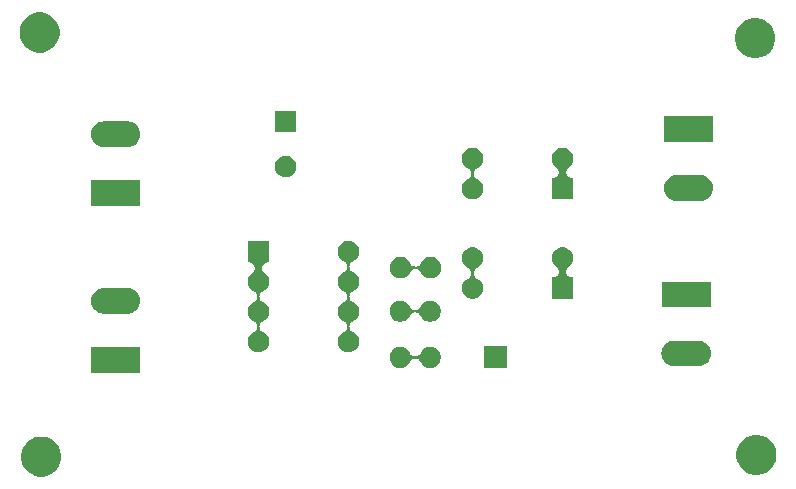
<source format=gbr>
G04 #@! TF.GenerationSoftware,KiCad,Pcbnew,(5.1.5)-3*
G04 #@! TF.CreationDate,2020-04-25T22:11:23+03:00*
G04 #@! TF.ProjectId,ATtiny85_NeoPixel_SKRv.1.3,41547469-6e79-4383-955f-4e656f506978,v.1.0*
G04 #@! TF.SameCoordinates,Original*
G04 #@! TF.FileFunction,Soldermask,Top*
G04 #@! TF.FilePolarity,Negative*
%FSLAX46Y46*%
G04 Gerber Fmt 4.6, Leading zero omitted, Abs format (unit mm)*
G04 Created by KiCad (PCBNEW (5.1.5)-3) date 2020-04-25 22:11:23*
%MOMM*%
%LPD*%
G04 APERTURE LIST*
%ADD10C,0.100000*%
G04 APERTURE END LIST*
D10*
G36*
X51499072Y-87493930D02*
G01*
X51808452Y-87622079D01*
X52086887Y-87808123D01*
X52323677Y-88044913D01*
X52509721Y-88323348D01*
X52637870Y-88632728D01*
X52703200Y-88961165D01*
X52703200Y-89296035D01*
X52637870Y-89624472D01*
X52509721Y-89933852D01*
X52323677Y-90212287D01*
X52086887Y-90449077D01*
X51808452Y-90635121D01*
X51499072Y-90763270D01*
X51170635Y-90828600D01*
X50835765Y-90828600D01*
X50507328Y-90763270D01*
X50197948Y-90635121D01*
X49919513Y-90449077D01*
X49682723Y-90212287D01*
X49496679Y-89933852D01*
X49368530Y-89624472D01*
X49303200Y-89296035D01*
X49303200Y-88961165D01*
X49368530Y-88632728D01*
X49496679Y-88323348D01*
X49682723Y-88044913D01*
X49919513Y-87808123D01*
X50197948Y-87622079D01*
X50507328Y-87493930D01*
X50835765Y-87428600D01*
X51170635Y-87428600D01*
X51499072Y-87493930D01*
G37*
G36*
X112052672Y-87341530D02*
G01*
X112362052Y-87469679D01*
X112640487Y-87655723D01*
X112877277Y-87892513D01*
X113063321Y-88170948D01*
X113191470Y-88480328D01*
X113256800Y-88808765D01*
X113256800Y-89143635D01*
X113191470Y-89472072D01*
X113063321Y-89781452D01*
X112877277Y-90059887D01*
X112640487Y-90296677D01*
X112362052Y-90482721D01*
X112052672Y-90610870D01*
X111724235Y-90676200D01*
X111389365Y-90676200D01*
X111060928Y-90610870D01*
X110751548Y-90482721D01*
X110473113Y-90296677D01*
X110236323Y-90059887D01*
X110050279Y-89781452D01*
X109922130Y-89472072D01*
X109856800Y-89143635D01*
X109856800Y-88808765D01*
X109922130Y-88480328D01*
X110050279Y-88170948D01*
X110236323Y-87892513D01*
X110473113Y-87655723D01*
X110751548Y-87469679D01*
X111060928Y-87341530D01*
X111389365Y-87276200D01*
X111724235Y-87276200D01*
X112052672Y-87341530D01*
G37*
G36*
X59407800Y-82014400D02*
G01*
X55247800Y-82014400D01*
X55247800Y-79834400D01*
X59407800Y-79834400D01*
X59407800Y-82014400D01*
G37*
G36*
X81669520Y-79855786D02*
G01*
X81833310Y-79923630D01*
X81980717Y-80022124D01*
X82106076Y-80147483D01*
X82204570Y-80294890D01*
X82204571Y-80294893D01*
X82215062Y-80320220D01*
X82261267Y-80406663D01*
X82323449Y-80482431D01*
X82399217Y-80544612D01*
X82485660Y-80590817D01*
X82579457Y-80619269D01*
X82677002Y-80628876D01*
X82774547Y-80619268D01*
X82868343Y-80590815D01*
X82954786Y-80544610D01*
X83030554Y-80482428D01*
X83092735Y-80406660D01*
X83138938Y-80320220D01*
X83149429Y-80294893D01*
X83149430Y-80294890D01*
X83247924Y-80147483D01*
X83373283Y-80022124D01*
X83520690Y-79923630D01*
X83684480Y-79855786D01*
X83858358Y-79821200D01*
X84035642Y-79821200D01*
X84209520Y-79855786D01*
X84373310Y-79923630D01*
X84520717Y-80022124D01*
X84646076Y-80147483D01*
X84744570Y-80294890D01*
X84812414Y-80458680D01*
X84847000Y-80632558D01*
X84847000Y-80809842D01*
X84812414Y-80983720D01*
X84744570Y-81147510D01*
X84646076Y-81294917D01*
X84520717Y-81420276D01*
X84373310Y-81518770D01*
X84209520Y-81586614D01*
X84035642Y-81621200D01*
X83858358Y-81621200D01*
X83684480Y-81586614D01*
X83520690Y-81518770D01*
X83373283Y-81420276D01*
X83247924Y-81294917D01*
X83149430Y-81147510D01*
X83138938Y-81122180D01*
X83092733Y-81035737D01*
X83030551Y-80959969D01*
X82954783Y-80897788D01*
X82868340Y-80851583D01*
X82774543Y-80823131D01*
X82676998Y-80813524D01*
X82579453Y-80823132D01*
X82485657Y-80851585D01*
X82399214Y-80897790D01*
X82323446Y-80959972D01*
X82261265Y-81035740D01*
X82215062Y-81122180D01*
X82204570Y-81147510D01*
X82106076Y-81294917D01*
X81980717Y-81420276D01*
X81833310Y-81518770D01*
X81669520Y-81586614D01*
X81495642Y-81621200D01*
X81318358Y-81621200D01*
X81144480Y-81586614D01*
X80980690Y-81518770D01*
X80833283Y-81420276D01*
X80707924Y-81294917D01*
X80609430Y-81147510D01*
X80541586Y-80983720D01*
X80507000Y-80809842D01*
X80507000Y-80632558D01*
X80541586Y-80458680D01*
X80609430Y-80294890D01*
X80707924Y-80147483D01*
X80833283Y-80022124D01*
X80980690Y-79923630D01*
X81144480Y-79855786D01*
X81318358Y-79821200D01*
X81495642Y-79821200D01*
X81669520Y-79855786D01*
G37*
G36*
X90408800Y-81620400D02*
G01*
X88508800Y-81620400D01*
X88508800Y-79720400D01*
X90408800Y-79720400D01*
X90408800Y-81620400D01*
G37*
G36*
X106736813Y-79305086D02*
G01*
X106816877Y-79312971D01*
X107022343Y-79375299D01*
X107211702Y-79476513D01*
X107377676Y-79612724D01*
X107513887Y-79778698D01*
X107615101Y-79968057D01*
X107677429Y-80173523D01*
X107698474Y-80387200D01*
X107677429Y-80600877D01*
X107615101Y-80806343D01*
X107513887Y-80995702D01*
X107377676Y-81161676D01*
X107211702Y-81297887D01*
X107022343Y-81399101D01*
X106816877Y-81461429D01*
X106736813Y-81469314D01*
X106656750Y-81477200D01*
X104569650Y-81477200D01*
X104489587Y-81469314D01*
X104409523Y-81461429D01*
X104204057Y-81399101D01*
X104014698Y-81297887D01*
X103848724Y-81161676D01*
X103712513Y-80995702D01*
X103611299Y-80806343D01*
X103548971Y-80600877D01*
X103527926Y-80387200D01*
X103548971Y-80173523D01*
X103611299Y-79968057D01*
X103712513Y-79778698D01*
X103848724Y-79612724D01*
X104014698Y-79476513D01*
X104204057Y-79375299D01*
X104409523Y-79312971D01*
X104489587Y-79305086D01*
X104569650Y-79297200D01*
X106656750Y-79297200D01*
X106736813Y-79305086D01*
G37*
G36*
X77275320Y-70889586D02*
G01*
X77439110Y-70957430D01*
X77586517Y-71055924D01*
X77711876Y-71181283D01*
X77810370Y-71328690D01*
X77878214Y-71492480D01*
X77912800Y-71666358D01*
X77912800Y-71843642D01*
X77878214Y-72017520D01*
X77810370Y-72181310D01*
X77711876Y-72328717D01*
X77586517Y-72454076D01*
X77439110Y-72552570D01*
X77413780Y-72563062D01*
X77327337Y-72609267D01*
X77251569Y-72671449D01*
X77189388Y-72747217D01*
X77143183Y-72833660D01*
X77114731Y-72927457D01*
X77105124Y-73025002D01*
X77114732Y-73122547D01*
X77143185Y-73216343D01*
X77189390Y-73302786D01*
X77251572Y-73378554D01*
X77327340Y-73440735D01*
X77413780Y-73486938D01*
X77439110Y-73497430D01*
X77586517Y-73595924D01*
X77711876Y-73721283D01*
X77810370Y-73868690D01*
X77878214Y-74032480D01*
X77912800Y-74206358D01*
X77912800Y-74383642D01*
X77878214Y-74557520D01*
X77810370Y-74721310D01*
X77711876Y-74868717D01*
X77586517Y-74994076D01*
X77439110Y-75092570D01*
X77413780Y-75103062D01*
X77327337Y-75149267D01*
X77251569Y-75211449D01*
X77189388Y-75287217D01*
X77143183Y-75373660D01*
X77114731Y-75467457D01*
X77105124Y-75565002D01*
X77114732Y-75662547D01*
X77143185Y-75756343D01*
X77189390Y-75842786D01*
X77251572Y-75918554D01*
X77327340Y-75980735D01*
X77413780Y-76026938D01*
X77439110Y-76037430D01*
X77586517Y-76135924D01*
X77711876Y-76261283D01*
X77810370Y-76408690D01*
X77878214Y-76572480D01*
X77912800Y-76746358D01*
X77912800Y-76923642D01*
X77878214Y-77097520D01*
X77810370Y-77261310D01*
X77711876Y-77408717D01*
X77586517Y-77534076D01*
X77439110Y-77632570D01*
X77413780Y-77643062D01*
X77327337Y-77689267D01*
X77251569Y-77751449D01*
X77189388Y-77827217D01*
X77143183Y-77913660D01*
X77114731Y-78007457D01*
X77105124Y-78105002D01*
X77114732Y-78202547D01*
X77143185Y-78296343D01*
X77189390Y-78382786D01*
X77251572Y-78458554D01*
X77327340Y-78520735D01*
X77413780Y-78566938D01*
X77439110Y-78577430D01*
X77586517Y-78675924D01*
X77711876Y-78801283D01*
X77810370Y-78948690D01*
X77878214Y-79112480D01*
X77912800Y-79286358D01*
X77912800Y-79463642D01*
X77878214Y-79637520D01*
X77810370Y-79801310D01*
X77711876Y-79948717D01*
X77586517Y-80074076D01*
X77439110Y-80172570D01*
X77275320Y-80240414D01*
X77101442Y-80275000D01*
X76924158Y-80275000D01*
X76750280Y-80240414D01*
X76586490Y-80172570D01*
X76439083Y-80074076D01*
X76313724Y-79948717D01*
X76215230Y-79801310D01*
X76147386Y-79637520D01*
X76112800Y-79463642D01*
X76112800Y-79286358D01*
X76147386Y-79112480D01*
X76215230Y-78948690D01*
X76313724Y-78801283D01*
X76439083Y-78675924D01*
X76586490Y-78577430D01*
X76611820Y-78566938D01*
X76698263Y-78520733D01*
X76774031Y-78458551D01*
X76836212Y-78382783D01*
X76882417Y-78296340D01*
X76910869Y-78202543D01*
X76920476Y-78104998D01*
X76910868Y-78007453D01*
X76882415Y-77913657D01*
X76836210Y-77827214D01*
X76774028Y-77751446D01*
X76698260Y-77689265D01*
X76611820Y-77643062D01*
X76586490Y-77632570D01*
X76439083Y-77534076D01*
X76313724Y-77408717D01*
X76215230Y-77261310D01*
X76147386Y-77097520D01*
X76112800Y-76923642D01*
X76112800Y-76746358D01*
X76147386Y-76572480D01*
X76215230Y-76408690D01*
X76313724Y-76261283D01*
X76439083Y-76135924D01*
X76586490Y-76037430D01*
X76611820Y-76026938D01*
X76698263Y-75980733D01*
X76774031Y-75918551D01*
X76836212Y-75842783D01*
X76882417Y-75756340D01*
X76910869Y-75662543D01*
X76920476Y-75564998D01*
X76910868Y-75467453D01*
X76882415Y-75373657D01*
X76836210Y-75287214D01*
X76774028Y-75211446D01*
X76698260Y-75149265D01*
X76611820Y-75103062D01*
X76586490Y-75092570D01*
X76439083Y-74994076D01*
X76313724Y-74868717D01*
X76215230Y-74721310D01*
X76147386Y-74557520D01*
X76112800Y-74383642D01*
X76112800Y-74206358D01*
X76147386Y-74032480D01*
X76215230Y-73868690D01*
X76313724Y-73721283D01*
X76439083Y-73595924D01*
X76586490Y-73497430D01*
X76611820Y-73486938D01*
X76698263Y-73440733D01*
X76774031Y-73378551D01*
X76836212Y-73302783D01*
X76882417Y-73216340D01*
X76910869Y-73122543D01*
X76920476Y-73024998D01*
X76910868Y-72927453D01*
X76882415Y-72833657D01*
X76836210Y-72747214D01*
X76774028Y-72671446D01*
X76698260Y-72609265D01*
X76611820Y-72563062D01*
X76586490Y-72552570D01*
X76439083Y-72454076D01*
X76313724Y-72328717D01*
X76215230Y-72181310D01*
X76147386Y-72017520D01*
X76112800Y-71843642D01*
X76112800Y-71666358D01*
X76147386Y-71492480D01*
X76215230Y-71328690D01*
X76313724Y-71181283D01*
X76439083Y-71055924D01*
X76586490Y-70957430D01*
X76750280Y-70889586D01*
X76924158Y-70855000D01*
X77101442Y-70855000D01*
X77275320Y-70889586D01*
G37*
G36*
X70292800Y-72655000D02*
G01*
X70206599Y-72655000D01*
X70109054Y-72664607D01*
X70015258Y-72693060D01*
X69928814Y-72739265D01*
X69853046Y-72801446D01*
X69790865Y-72877214D01*
X69744660Y-72963658D01*
X69716207Y-73057454D01*
X69706600Y-73154999D01*
X69716207Y-73252544D01*
X69744660Y-73346340D01*
X69790865Y-73432784D01*
X69853046Y-73508552D01*
X69928806Y-73570726D01*
X69966517Y-73595924D01*
X70091876Y-73721283D01*
X70190370Y-73868690D01*
X70258214Y-74032480D01*
X70292800Y-74206358D01*
X70292800Y-74383642D01*
X70258214Y-74557520D01*
X70190370Y-74721310D01*
X70091876Y-74868717D01*
X69966517Y-74994076D01*
X69819110Y-75092570D01*
X69793780Y-75103062D01*
X69707337Y-75149267D01*
X69631569Y-75211449D01*
X69569388Y-75287217D01*
X69523183Y-75373660D01*
X69494731Y-75467457D01*
X69485124Y-75565002D01*
X69494732Y-75662547D01*
X69523185Y-75756343D01*
X69569390Y-75842786D01*
X69631572Y-75918554D01*
X69707340Y-75980735D01*
X69793780Y-76026938D01*
X69819110Y-76037430D01*
X69966517Y-76135924D01*
X70091876Y-76261283D01*
X70190370Y-76408690D01*
X70258214Y-76572480D01*
X70292800Y-76746358D01*
X70292800Y-76923642D01*
X70258214Y-77097520D01*
X70190370Y-77261310D01*
X70091876Y-77408717D01*
X69966517Y-77534076D01*
X69819110Y-77632570D01*
X69793780Y-77643062D01*
X69707337Y-77689267D01*
X69631569Y-77751449D01*
X69569388Y-77827217D01*
X69523183Y-77913660D01*
X69494731Y-78007457D01*
X69485124Y-78105002D01*
X69494732Y-78202547D01*
X69523185Y-78296343D01*
X69569390Y-78382786D01*
X69631572Y-78458554D01*
X69707340Y-78520735D01*
X69793780Y-78566938D01*
X69819110Y-78577430D01*
X69966517Y-78675924D01*
X70091876Y-78801283D01*
X70190370Y-78948690D01*
X70258214Y-79112480D01*
X70292800Y-79286358D01*
X70292800Y-79463642D01*
X70258214Y-79637520D01*
X70190370Y-79801310D01*
X70091876Y-79948717D01*
X69966517Y-80074076D01*
X69819110Y-80172570D01*
X69655320Y-80240414D01*
X69481442Y-80275000D01*
X69304158Y-80275000D01*
X69130280Y-80240414D01*
X68966490Y-80172570D01*
X68819083Y-80074076D01*
X68693724Y-79948717D01*
X68595230Y-79801310D01*
X68527386Y-79637520D01*
X68492800Y-79463642D01*
X68492800Y-79286358D01*
X68527386Y-79112480D01*
X68595230Y-78948690D01*
X68693724Y-78801283D01*
X68819083Y-78675924D01*
X68966490Y-78577430D01*
X68991820Y-78566938D01*
X69078263Y-78520733D01*
X69154031Y-78458551D01*
X69216212Y-78382783D01*
X69262417Y-78296340D01*
X69290869Y-78202543D01*
X69300476Y-78104998D01*
X69290868Y-78007453D01*
X69262415Y-77913657D01*
X69216210Y-77827214D01*
X69154028Y-77751446D01*
X69078260Y-77689265D01*
X68991820Y-77643062D01*
X68966490Y-77632570D01*
X68819083Y-77534076D01*
X68693724Y-77408717D01*
X68595230Y-77261310D01*
X68527386Y-77097520D01*
X68492800Y-76923642D01*
X68492800Y-76746358D01*
X68527386Y-76572480D01*
X68595230Y-76408690D01*
X68693724Y-76261283D01*
X68819083Y-76135924D01*
X68966490Y-76037430D01*
X68991820Y-76026938D01*
X69078263Y-75980733D01*
X69154031Y-75918551D01*
X69216212Y-75842783D01*
X69262417Y-75756340D01*
X69290869Y-75662543D01*
X69300476Y-75564998D01*
X69290868Y-75467453D01*
X69262415Y-75373657D01*
X69216210Y-75287214D01*
X69154028Y-75211446D01*
X69078260Y-75149265D01*
X68991820Y-75103062D01*
X68966490Y-75092570D01*
X68819083Y-74994076D01*
X68693724Y-74868717D01*
X68595230Y-74721310D01*
X68527386Y-74557520D01*
X68492800Y-74383642D01*
X68492800Y-74206358D01*
X68527386Y-74032480D01*
X68595230Y-73868690D01*
X68693724Y-73721283D01*
X68819083Y-73595924D01*
X68856794Y-73570726D01*
X68932554Y-73508551D01*
X68994735Y-73432783D01*
X69040940Y-73346340D01*
X69069393Y-73252544D01*
X69079000Y-73154999D01*
X69069393Y-73057454D01*
X69040940Y-72963657D01*
X68994735Y-72877214D01*
X68932553Y-72801446D01*
X68856785Y-72739265D01*
X68770342Y-72693060D01*
X68676546Y-72664607D01*
X68579001Y-72655000D01*
X68492800Y-72655000D01*
X68492800Y-70855000D01*
X70292800Y-70855000D01*
X70292800Y-72655000D01*
G37*
G36*
X81669520Y-75944186D02*
G01*
X81833310Y-76012030D01*
X81980717Y-76110524D01*
X82106076Y-76235883D01*
X82204570Y-76383290D01*
X82204571Y-76383293D01*
X82215062Y-76408620D01*
X82261267Y-76495063D01*
X82323449Y-76570831D01*
X82399217Y-76633012D01*
X82485660Y-76679217D01*
X82579457Y-76707669D01*
X82677002Y-76717276D01*
X82774547Y-76707668D01*
X82868343Y-76679215D01*
X82954786Y-76633010D01*
X83030554Y-76570828D01*
X83092735Y-76495060D01*
X83138938Y-76408620D01*
X83149429Y-76383293D01*
X83149430Y-76383290D01*
X83247924Y-76235883D01*
X83373283Y-76110524D01*
X83520690Y-76012030D01*
X83684480Y-75944186D01*
X83858358Y-75909600D01*
X84035642Y-75909600D01*
X84209520Y-75944186D01*
X84373310Y-76012030D01*
X84520717Y-76110524D01*
X84646076Y-76235883D01*
X84744570Y-76383290D01*
X84812414Y-76547080D01*
X84847000Y-76720958D01*
X84847000Y-76898242D01*
X84812414Y-77072120D01*
X84744570Y-77235910D01*
X84646076Y-77383317D01*
X84520717Y-77508676D01*
X84373310Y-77607170D01*
X84209520Y-77675014D01*
X84035642Y-77709600D01*
X83858358Y-77709600D01*
X83684480Y-77675014D01*
X83520690Y-77607170D01*
X83373283Y-77508676D01*
X83247924Y-77383317D01*
X83149430Y-77235910D01*
X83138938Y-77210580D01*
X83092733Y-77124137D01*
X83030551Y-77048369D01*
X82954783Y-76986188D01*
X82868340Y-76939983D01*
X82774543Y-76911531D01*
X82676998Y-76901924D01*
X82579453Y-76911532D01*
X82485657Y-76939985D01*
X82399214Y-76986190D01*
X82323446Y-77048372D01*
X82261265Y-77124140D01*
X82215062Y-77210580D01*
X82204570Y-77235910D01*
X82106076Y-77383317D01*
X81980717Y-77508676D01*
X81833310Y-77607170D01*
X81669520Y-77675014D01*
X81495642Y-77709600D01*
X81318358Y-77709600D01*
X81144480Y-77675014D01*
X80980690Y-77607170D01*
X80833283Y-77508676D01*
X80707924Y-77383317D01*
X80609430Y-77235910D01*
X80541586Y-77072120D01*
X80507000Y-76898242D01*
X80507000Y-76720958D01*
X80541586Y-76547080D01*
X80609430Y-76383290D01*
X80707924Y-76235883D01*
X80833283Y-76110524D01*
X80980690Y-76012030D01*
X81144480Y-75944186D01*
X81318358Y-75909600D01*
X81495642Y-75909600D01*
X81669520Y-75944186D01*
G37*
G36*
X58451413Y-74842286D02*
G01*
X58531477Y-74850171D01*
X58736943Y-74912499D01*
X58926302Y-75013713D01*
X59092276Y-75149924D01*
X59228487Y-75315898D01*
X59329701Y-75505257D01*
X59392029Y-75710723D01*
X59413074Y-75924400D01*
X59392029Y-76138077D01*
X59329701Y-76343543D01*
X59228487Y-76532902D01*
X59092276Y-76698876D01*
X58926302Y-76835087D01*
X58736943Y-76936301D01*
X58531477Y-76998629D01*
X58451413Y-77006515D01*
X58371350Y-77014400D01*
X56284250Y-77014400D01*
X56204187Y-77006515D01*
X56124123Y-76998629D01*
X55918657Y-76936301D01*
X55729298Y-76835087D01*
X55563324Y-76698876D01*
X55427113Y-76532902D01*
X55325899Y-76343543D01*
X55263571Y-76138077D01*
X55242526Y-75924400D01*
X55263571Y-75710723D01*
X55325899Y-75505257D01*
X55427113Y-75315898D01*
X55563324Y-75149924D01*
X55729298Y-75013713D01*
X55918657Y-74912499D01*
X56124123Y-74850171D01*
X56204187Y-74842286D01*
X56284250Y-74834400D01*
X58371350Y-74834400D01*
X58451413Y-74842286D01*
G37*
G36*
X107693200Y-76477200D02*
G01*
X103533200Y-76477200D01*
X103533200Y-74297200D01*
X107693200Y-74297200D01*
X107693200Y-76477200D01*
G37*
G36*
X87790920Y-71448386D02*
G01*
X87954710Y-71516230D01*
X88102117Y-71614724D01*
X88227476Y-71740083D01*
X88325970Y-71887490D01*
X88393814Y-72051280D01*
X88428400Y-72225158D01*
X88428400Y-72402442D01*
X88393814Y-72576320D01*
X88325970Y-72740110D01*
X88227476Y-72887517D01*
X88102117Y-73012876D01*
X87954710Y-73111370D01*
X87929380Y-73121862D01*
X87842937Y-73168067D01*
X87767169Y-73230249D01*
X87704988Y-73306017D01*
X87658783Y-73392460D01*
X87630331Y-73486257D01*
X87620724Y-73583802D01*
X87630332Y-73681347D01*
X87658785Y-73775143D01*
X87704990Y-73861586D01*
X87767172Y-73937354D01*
X87842940Y-73999535D01*
X87929380Y-74045738D01*
X87954710Y-74056230D01*
X88102117Y-74154724D01*
X88227476Y-74280083D01*
X88325970Y-74427490D01*
X88393814Y-74591280D01*
X88428400Y-74765158D01*
X88428400Y-74942442D01*
X88393814Y-75116320D01*
X88325970Y-75280110D01*
X88227476Y-75427517D01*
X88102117Y-75552876D01*
X87954710Y-75651370D01*
X87790920Y-75719214D01*
X87617042Y-75753800D01*
X87439758Y-75753800D01*
X87265880Y-75719214D01*
X87102090Y-75651370D01*
X86954683Y-75552876D01*
X86829324Y-75427517D01*
X86730830Y-75280110D01*
X86662986Y-75116320D01*
X86628400Y-74942442D01*
X86628400Y-74765158D01*
X86662986Y-74591280D01*
X86730830Y-74427490D01*
X86829324Y-74280083D01*
X86954683Y-74154724D01*
X87102090Y-74056230D01*
X87127420Y-74045738D01*
X87213863Y-73999533D01*
X87289631Y-73937351D01*
X87351812Y-73861583D01*
X87398017Y-73775140D01*
X87426469Y-73681343D01*
X87436076Y-73583798D01*
X87426468Y-73486253D01*
X87398015Y-73392457D01*
X87351810Y-73306014D01*
X87289628Y-73230246D01*
X87213860Y-73168065D01*
X87127420Y-73121862D01*
X87102090Y-73111370D01*
X86954683Y-73012876D01*
X86829324Y-72887517D01*
X86730830Y-72740110D01*
X86662986Y-72576320D01*
X86628400Y-72402442D01*
X86628400Y-72225158D01*
X86662986Y-72051280D01*
X86730830Y-71887490D01*
X86829324Y-71740083D01*
X86954683Y-71614724D01*
X87102090Y-71516230D01*
X87265880Y-71448386D01*
X87439758Y-71413800D01*
X87617042Y-71413800D01*
X87790920Y-71448386D01*
G37*
G36*
X95410920Y-71448386D02*
G01*
X95574710Y-71516230D01*
X95722117Y-71614724D01*
X95847476Y-71740083D01*
X95945970Y-71887490D01*
X96013814Y-72051280D01*
X96048400Y-72225158D01*
X96048400Y-72402442D01*
X96013814Y-72576320D01*
X95945970Y-72740110D01*
X95847476Y-72887517D01*
X95722117Y-73012876D01*
X95684406Y-73038074D01*
X95608646Y-73100249D01*
X95546465Y-73176017D01*
X95500260Y-73262460D01*
X95471807Y-73356256D01*
X95462200Y-73453801D01*
X95471807Y-73551346D01*
X95500260Y-73645143D01*
X95546465Y-73731586D01*
X95608647Y-73807354D01*
X95684415Y-73869535D01*
X95770858Y-73915740D01*
X95864654Y-73944193D01*
X95962199Y-73953800D01*
X96048400Y-73953800D01*
X96048400Y-75753800D01*
X94248400Y-75753800D01*
X94248400Y-73953800D01*
X94334601Y-73953800D01*
X94432146Y-73944193D01*
X94525942Y-73915740D01*
X94612386Y-73869535D01*
X94688154Y-73807354D01*
X94750335Y-73731586D01*
X94796540Y-73645142D01*
X94824993Y-73551346D01*
X94834600Y-73453801D01*
X94824993Y-73356256D01*
X94796540Y-73262460D01*
X94750335Y-73176016D01*
X94688154Y-73100248D01*
X94612394Y-73038074D01*
X94574683Y-73012876D01*
X94449324Y-72887517D01*
X94350830Y-72740110D01*
X94282986Y-72576320D01*
X94248400Y-72402442D01*
X94248400Y-72225158D01*
X94282986Y-72051280D01*
X94350830Y-71887490D01*
X94449324Y-71740083D01*
X94574683Y-71614724D01*
X94722090Y-71516230D01*
X94885880Y-71448386D01*
X95059758Y-71413800D01*
X95237042Y-71413800D01*
X95410920Y-71448386D01*
G37*
G36*
X81694920Y-72261186D02*
G01*
X81858710Y-72329030D01*
X82006117Y-72427524D01*
X82131476Y-72552883D01*
X82229970Y-72700290D01*
X82229971Y-72700293D01*
X82240462Y-72725620D01*
X82286667Y-72812063D01*
X82348849Y-72887831D01*
X82424617Y-72950012D01*
X82511060Y-72996217D01*
X82604857Y-73024669D01*
X82702402Y-73034276D01*
X82799947Y-73024668D01*
X82893743Y-72996215D01*
X82980186Y-72950010D01*
X83055954Y-72887828D01*
X83118135Y-72812060D01*
X83164338Y-72725620D01*
X83174829Y-72700293D01*
X83174830Y-72700290D01*
X83273324Y-72552883D01*
X83398683Y-72427524D01*
X83546090Y-72329030D01*
X83709880Y-72261186D01*
X83883758Y-72226600D01*
X84061042Y-72226600D01*
X84234920Y-72261186D01*
X84398710Y-72329030D01*
X84546117Y-72427524D01*
X84671476Y-72552883D01*
X84769970Y-72700290D01*
X84837814Y-72864080D01*
X84872400Y-73037958D01*
X84872400Y-73215242D01*
X84837814Y-73389120D01*
X84769970Y-73552910D01*
X84671476Y-73700317D01*
X84546117Y-73825676D01*
X84398710Y-73924170D01*
X84234920Y-73992014D01*
X84061042Y-74026600D01*
X83883758Y-74026600D01*
X83709880Y-73992014D01*
X83546090Y-73924170D01*
X83398683Y-73825676D01*
X83273324Y-73700317D01*
X83174830Y-73552910D01*
X83164338Y-73527580D01*
X83118133Y-73441137D01*
X83055951Y-73365369D01*
X82980183Y-73303188D01*
X82893740Y-73256983D01*
X82799943Y-73228531D01*
X82702398Y-73218924D01*
X82604853Y-73228532D01*
X82511057Y-73256985D01*
X82424614Y-73303190D01*
X82348846Y-73365372D01*
X82286665Y-73441140D01*
X82240462Y-73527580D01*
X82229970Y-73552910D01*
X82131476Y-73700317D01*
X82006117Y-73825676D01*
X81858710Y-73924170D01*
X81694920Y-73992014D01*
X81521042Y-74026600D01*
X81343758Y-74026600D01*
X81169880Y-73992014D01*
X81006090Y-73924170D01*
X80858683Y-73825676D01*
X80733324Y-73700317D01*
X80634830Y-73552910D01*
X80566986Y-73389120D01*
X80532400Y-73215242D01*
X80532400Y-73037958D01*
X80566986Y-72864080D01*
X80634830Y-72700290D01*
X80733324Y-72552883D01*
X80858683Y-72427524D01*
X81006090Y-72329030D01*
X81169880Y-72261186D01*
X81343758Y-72226600D01*
X81521042Y-72226600D01*
X81694920Y-72261186D01*
G37*
G36*
X59407800Y-67917400D02*
G01*
X55247800Y-67917400D01*
X55247800Y-65737400D01*
X59407800Y-65737400D01*
X59407800Y-67917400D01*
G37*
G36*
X106940013Y-65284286D02*
G01*
X107020077Y-65292171D01*
X107178548Y-65340243D01*
X107225115Y-65354369D01*
X107225543Y-65354499D01*
X107414902Y-65455713D01*
X107580876Y-65591924D01*
X107717087Y-65757898D01*
X107818301Y-65947257D01*
X107880629Y-66152723D01*
X107901674Y-66366400D01*
X107880629Y-66580077D01*
X107818301Y-66785543D01*
X107717087Y-66974902D01*
X107580876Y-67140876D01*
X107414902Y-67277087D01*
X107225543Y-67378301D01*
X107020077Y-67440629D01*
X106940013Y-67448514D01*
X106859950Y-67456400D01*
X104772850Y-67456400D01*
X104692787Y-67448514D01*
X104612723Y-67440629D01*
X104407257Y-67378301D01*
X104217898Y-67277087D01*
X104051924Y-67140876D01*
X103915713Y-66974902D01*
X103814499Y-66785543D01*
X103752171Y-66580077D01*
X103731126Y-66366400D01*
X103752171Y-66152723D01*
X103814499Y-65947257D01*
X103915713Y-65757898D01*
X104051924Y-65591924D01*
X104217898Y-65455713D01*
X104407257Y-65354499D01*
X104407686Y-65354369D01*
X104454252Y-65340243D01*
X104612723Y-65292171D01*
X104692787Y-65284286D01*
X104772850Y-65276400D01*
X106859950Y-65276400D01*
X106940013Y-65284286D01*
G37*
G36*
X95410920Y-63015586D02*
G01*
X95574710Y-63083430D01*
X95722117Y-63181924D01*
X95847476Y-63307283D01*
X95945970Y-63454690D01*
X96013814Y-63618480D01*
X96048400Y-63792358D01*
X96048400Y-63969642D01*
X96013814Y-64143520D01*
X95945970Y-64307310D01*
X95847476Y-64454717D01*
X95722117Y-64580076D01*
X95684406Y-64605274D01*
X95608646Y-64667449D01*
X95546465Y-64743217D01*
X95500260Y-64829660D01*
X95471807Y-64923456D01*
X95462200Y-65021001D01*
X95471807Y-65118546D01*
X95500260Y-65212343D01*
X95546465Y-65298786D01*
X95608647Y-65374554D01*
X95684415Y-65436735D01*
X95770858Y-65482940D01*
X95864654Y-65511393D01*
X95962199Y-65521000D01*
X96048400Y-65521000D01*
X96048400Y-67321000D01*
X94248400Y-67321000D01*
X94248400Y-65521000D01*
X94334601Y-65521000D01*
X94432146Y-65511393D01*
X94525942Y-65482940D01*
X94612386Y-65436735D01*
X94688154Y-65374554D01*
X94750335Y-65298786D01*
X94796540Y-65212342D01*
X94824993Y-65118546D01*
X94834600Y-65021001D01*
X94824993Y-64923456D01*
X94796540Y-64829660D01*
X94750335Y-64743216D01*
X94688154Y-64667448D01*
X94612394Y-64605274D01*
X94574683Y-64580076D01*
X94449324Y-64454717D01*
X94350830Y-64307310D01*
X94282986Y-64143520D01*
X94248400Y-63969642D01*
X94248400Y-63792358D01*
X94282986Y-63618480D01*
X94350830Y-63454690D01*
X94449324Y-63307283D01*
X94574683Y-63181924D01*
X94722090Y-63083430D01*
X94885880Y-63015586D01*
X95059758Y-62981000D01*
X95237042Y-62981000D01*
X95410920Y-63015586D01*
G37*
G36*
X87790920Y-63015586D02*
G01*
X87954710Y-63083430D01*
X88102117Y-63181924D01*
X88227476Y-63307283D01*
X88325970Y-63454690D01*
X88393814Y-63618480D01*
X88428400Y-63792358D01*
X88428400Y-63969642D01*
X88393814Y-64143520D01*
X88325970Y-64307310D01*
X88227476Y-64454717D01*
X88102117Y-64580076D01*
X87954710Y-64678570D01*
X87929380Y-64689062D01*
X87842937Y-64735267D01*
X87767169Y-64797449D01*
X87704988Y-64873217D01*
X87658783Y-64959660D01*
X87630331Y-65053457D01*
X87620724Y-65151002D01*
X87630332Y-65248547D01*
X87658785Y-65342343D01*
X87704990Y-65428786D01*
X87767172Y-65504554D01*
X87842940Y-65566735D01*
X87929380Y-65612938D01*
X87954710Y-65623430D01*
X88102117Y-65721924D01*
X88227476Y-65847283D01*
X88325970Y-65994690D01*
X88393814Y-66158480D01*
X88428400Y-66332358D01*
X88428400Y-66509642D01*
X88393814Y-66683520D01*
X88325970Y-66847310D01*
X88227476Y-66994717D01*
X88102117Y-67120076D01*
X87954710Y-67218570D01*
X87790920Y-67286414D01*
X87617042Y-67321000D01*
X87439758Y-67321000D01*
X87265880Y-67286414D01*
X87102090Y-67218570D01*
X86954683Y-67120076D01*
X86829324Y-66994717D01*
X86730830Y-66847310D01*
X86662986Y-66683520D01*
X86628400Y-66509642D01*
X86628400Y-66332358D01*
X86662986Y-66158480D01*
X86730830Y-65994690D01*
X86829324Y-65847283D01*
X86954683Y-65721924D01*
X87102090Y-65623430D01*
X87127420Y-65612938D01*
X87213863Y-65566733D01*
X87289631Y-65504551D01*
X87351812Y-65428783D01*
X87398017Y-65342340D01*
X87426469Y-65248543D01*
X87436076Y-65150998D01*
X87426468Y-65053453D01*
X87398015Y-64959657D01*
X87351810Y-64873214D01*
X87289628Y-64797446D01*
X87213860Y-64735265D01*
X87127420Y-64689062D01*
X87102090Y-64678570D01*
X86954683Y-64580076D01*
X86829324Y-64454717D01*
X86730830Y-64307310D01*
X86662986Y-64143520D01*
X86628400Y-63969642D01*
X86628400Y-63792358D01*
X86662986Y-63618480D01*
X86730830Y-63454690D01*
X86829324Y-63307283D01*
X86954683Y-63181924D01*
X87102090Y-63083430D01*
X87265880Y-63015586D01*
X87439758Y-62981000D01*
X87617042Y-62981000D01*
X87790920Y-63015586D01*
G37*
G36*
X71966720Y-63691386D02*
G01*
X72130510Y-63759230D01*
X72277917Y-63857724D01*
X72403276Y-63983083D01*
X72501770Y-64130490D01*
X72569614Y-64294280D01*
X72604200Y-64468158D01*
X72604200Y-64645442D01*
X72569614Y-64819320D01*
X72501770Y-64983110D01*
X72403276Y-65130517D01*
X72277917Y-65255876D01*
X72130510Y-65354370D01*
X71966720Y-65422214D01*
X71792842Y-65456800D01*
X71615558Y-65456800D01*
X71441680Y-65422214D01*
X71277890Y-65354370D01*
X71130483Y-65255876D01*
X71005124Y-65130517D01*
X70906630Y-64983110D01*
X70838786Y-64819320D01*
X70804200Y-64645442D01*
X70804200Y-64468158D01*
X70838786Y-64294280D01*
X70906630Y-64130490D01*
X71005124Y-63983083D01*
X71130483Y-63857724D01*
X71277890Y-63759230D01*
X71441680Y-63691386D01*
X71615558Y-63656800D01*
X71792842Y-63656800D01*
X71966720Y-63691386D01*
G37*
G36*
X58451413Y-60745285D02*
G01*
X58531477Y-60753171D01*
X58736943Y-60815499D01*
X58926302Y-60916713D01*
X59092276Y-61052924D01*
X59228487Y-61218898D01*
X59329701Y-61408257D01*
X59392029Y-61613723D01*
X59413074Y-61827400D01*
X59392029Y-62041077D01*
X59329701Y-62246543D01*
X59228487Y-62435902D01*
X59092276Y-62601876D01*
X58926302Y-62738087D01*
X58736943Y-62839301D01*
X58531477Y-62901629D01*
X58451413Y-62909514D01*
X58371350Y-62917400D01*
X56284250Y-62917400D01*
X56204187Y-62909514D01*
X56124123Y-62901629D01*
X55918657Y-62839301D01*
X55729298Y-62738087D01*
X55563324Y-62601876D01*
X55427113Y-62435902D01*
X55325899Y-62246543D01*
X55263571Y-62041077D01*
X55242526Y-61827400D01*
X55263571Y-61613723D01*
X55325899Y-61408257D01*
X55427113Y-61218898D01*
X55563324Y-61052924D01*
X55729298Y-60916713D01*
X55918657Y-60815499D01*
X56124123Y-60753171D01*
X56204187Y-60745285D01*
X56284250Y-60737400D01*
X58371350Y-60737400D01*
X58451413Y-60745285D01*
G37*
G36*
X107896400Y-62456400D02*
G01*
X103736400Y-62456400D01*
X103736400Y-60276400D01*
X107896400Y-60276400D01*
X107896400Y-62456400D01*
G37*
G36*
X72604200Y-61656800D02*
G01*
X70804200Y-61656800D01*
X70804200Y-59856800D01*
X72604200Y-59856800D01*
X72604200Y-61656800D01*
G37*
G36*
X111951072Y-52060930D02*
G01*
X112260452Y-52189079D01*
X112538887Y-52375123D01*
X112775677Y-52611913D01*
X112961721Y-52890348D01*
X113089870Y-53199728D01*
X113155200Y-53528165D01*
X113155200Y-53863035D01*
X113089870Y-54191472D01*
X112961721Y-54500852D01*
X112775677Y-54779287D01*
X112538887Y-55016077D01*
X112260452Y-55202121D01*
X111951072Y-55330270D01*
X111622635Y-55395600D01*
X111287765Y-55395600D01*
X110959328Y-55330270D01*
X110649948Y-55202121D01*
X110371513Y-55016077D01*
X110134723Y-54779287D01*
X109948679Y-54500852D01*
X109820530Y-54191472D01*
X109755200Y-53863035D01*
X109755200Y-53528165D01*
X109820530Y-53199728D01*
X109948679Y-52890348D01*
X110134723Y-52611913D01*
X110371513Y-52375123D01*
X110649948Y-52189079D01*
X110959328Y-52060930D01*
X111287765Y-51995600D01*
X111622635Y-51995600D01*
X111951072Y-52060930D01*
G37*
G36*
X51372072Y-51578330D02*
G01*
X51681452Y-51706479D01*
X51959887Y-51892523D01*
X52196677Y-52129313D01*
X52382721Y-52407748D01*
X52510870Y-52717128D01*
X52576200Y-53045565D01*
X52576200Y-53380435D01*
X52510870Y-53708872D01*
X52382721Y-54018252D01*
X52196677Y-54296687D01*
X51959887Y-54533477D01*
X51681452Y-54719521D01*
X51372072Y-54847670D01*
X51043635Y-54913000D01*
X50708765Y-54913000D01*
X50380328Y-54847670D01*
X50070948Y-54719521D01*
X49792513Y-54533477D01*
X49555723Y-54296687D01*
X49369679Y-54018252D01*
X49241530Y-53708872D01*
X49176200Y-53380435D01*
X49176200Y-53045565D01*
X49241530Y-52717128D01*
X49369679Y-52407748D01*
X49555723Y-52129313D01*
X49792513Y-51892523D01*
X50070948Y-51706479D01*
X50380328Y-51578330D01*
X50708765Y-51513000D01*
X51043635Y-51513000D01*
X51372072Y-51578330D01*
G37*
M02*

</source>
